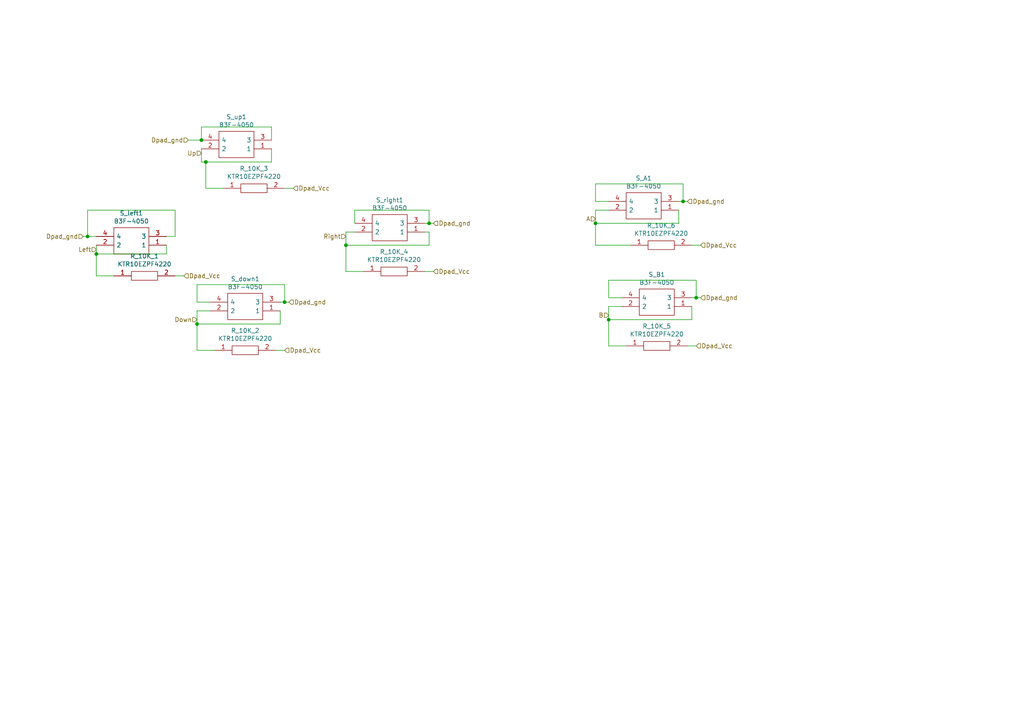
<source format=kicad_sch>
(kicad_sch (version 20230121) (generator eeschema)
  (paper "A4")
  (lib_symbols
    (symbol "PicBytesMicro-rescue:B3F-4050-SamacSys_Parts" (pin_names (offset 0.762))
      (property "Reference" "S" (at 16.51 7.62 0))
      (property "Value" "B3F-4050-SamacSys_Parts" (at 16.51 5.08 0))
      (symbol "B3F-4050-SamacSys_Parts_0_0"
        (pin passive line (at 20.32 -2.54 180) (length 5.08) (name "1") (number "1"))
        (pin passive line (at 0 -2.54 0) (length 5.08) (name "2") (number "2"))
        (pin passive line (at 20.32 0 180) (length 5.08) (name "3") (number "3"))
        (pin passive line (at 0 0 0) (length 5.08) (name "4") (number "4"))
      )
      (symbol "B3F-4050-SamacSys_Parts_0_1"
        (polyline (pts (xy 5.08 2.54) (xy 15.24 2.54) (xy 15.24 -5.08) (xy 5.08 -5.08) (xy 5.08 2.54)) (stroke (width 0.1524)))
      )
    )
    (symbol "PicBytesMicro-rescue:KTR10EZPF4220-SamacSys_Parts" (pin_names (offset 0.762))
      (property "Reference" "R" (at 13.97 6.35 0))
      (property "Value" "KTR10EZPF4220-SamacSys_Parts" (at 13.97 3.81 0))
      (symbol "KTR10EZPF4220-SamacSys_Parts_0_0"
        (pin passive line (at 0 0 0) (length 5.08) (name "~") (number "1"))
        (pin passive line (at 17.78 0 180) (length 5.08) (name "~") (number "2"))
      )
      (symbol "KTR10EZPF4220-SamacSys_Parts_0_1"
        (polyline (pts (xy 5.08 1.27) (xy 12.7 1.27) (xy 12.7 -1.27) (xy 5.08 -1.27) (xy 5.08 1.27)) (stroke (width 0.1524)))
      )
    )
  )
  (junction (at 58.42 40.64))
  (junction (at 124.46 64.77))
  (junction (at 201.93 86.36))
  (junction (at 82.55 87.63))
  (junction (at 25.4 68.58))
  (junction (at 59.69 46.99))
  (junction (at 176.53 92.71))
  (junction (at 172.72 64.77))
  (junction (at 57.15 93.98))
  (junction (at 198.12 58.42))
  (junction (at 27.94 73.66))
  (junction (at 100.33 71.12))
  (wire (pts (xy 54.61 40.64) (xy 58.42 40.64)))
  (wire (pts (xy 176.53 86.36) (xy 180.34 86.36)))
  (wire (pts (xy 124.46 67.31) (xy 123.19 67.31)))
  (wire (pts (xy 57.15 87.63) (xy 60.96 87.63)))
  (wire (pts (xy 25.4 68.58) (xy 25.4 60.96)))
  (wire (pts (xy 59.69 46.99) (xy 58.42 46.99)))
  (wire (pts (xy 198.12 53.34) (xy 172.72 53.34)))
  (wire (pts (xy 172.72 60.96) (xy 172.72 64.77)))
  (wire (pts (xy 58.42 36.83) (xy 58.42 40.64)))
  (wire (pts (xy 78.74 43.18) (xy 78.74 46.99)))
  (wire (pts (xy 172.72 53.34) (xy 172.72 58.42)))
  (wire (pts (xy 123.19 64.77) (xy 124.46 64.77)))
  (wire (pts (xy 82.55 87.63) (xy 81.28 87.63)))
  (wire (pts (xy 201.93 86.36) (xy 200.66 86.36)))
  (wire (pts (xy 27.94 71.12) (xy 27.94 73.66)))
  (wire (pts (xy 203.2 71.12) (xy 200.66 71.12)))
  (wire (pts (xy 81.28 90.17) (xy 81.28 93.98)))
  (wire (pts (xy 201.93 100.33) (xy 199.39 100.33)))
  (wire (pts (xy 176.53 60.96) (xy 172.72 60.96)))
  (wire (pts (xy 172.72 58.42) (xy 176.53 58.42)))
  (wire (pts (xy 81.28 93.98) (xy 57.15 93.98)))
  (wire (pts (xy 82.55 101.6) (xy 80.01 101.6)))
  (wire (pts (xy 25.4 68.58) (xy 24.13 68.58)))
  (wire (pts (xy 27.94 73.66) (xy 27.94 80.01)))
  (wire (pts (xy 82.55 82.55) (xy 57.15 82.55)))
  (wire (pts (xy 58.42 46.99) (xy 58.42 43.18)))
  (wire (pts (xy 83.82 87.63) (xy 82.55 87.63)))
  (wire (pts (xy 176.53 88.9) (xy 176.53 92.71)))
  (wire (pts (xy 53.34 80.01) (xy 50.8 80.01)))
  (wire (pts (xy 78.74 40.64) (xy 78.74 36.83)))
  (wire (pts (xy 100.33 67.31) (xy 100.33 71.12)))
  (wire (pts (xy 200.66 92.71) (xy 176.53 92.71)))
  (wire (pts (xy 102.87 60.96) (xy 102.87 64.77)))
  (wire (pts (xy 172.72 71.12) (xy 172.72 64.77)))
  (wire (pts (xy 198.12 58.42) (xy 198.12 53.34)))
  (wire (pts (xy 78.74 46.99) (xy 59.69 46.99)))
  (wire (pts (xy 198.12 58.42) (xy 196.85 58.42)))
  (wire (pts (xy 125.73 78.74) (xy 123.19 78.74)))
  (wire (pts (xy 100.33 71.12) (xy 124.46 71.12)))
  (wire (pts (xy 203.2 86.36) (xy 201.93 86.36)))
  (wire (pts (xy 48.26 73.66) (xy 27.94 73.66)))
  (wire (pts (xy 33.02 80.01) (xy 27.94 80.01)))
  (wire (pts (xy 82.55 87.63) (xy 82.55 82.55)))
  (wire (pts (xy 124.46 71.12) (xy 124.46 67.31)))
  (wire (pts (xy 176.53 100.33) (xy 176.53 92.71)))
  (wire (pts (xy 201.93 86.36) (xy 201.93 81.28)))
  (wire (pts (xy 25.4 60.96) (xy 50.8 60.96)))
  (wire (pts (xy 124.46 60.96) (xy 102.87 60.96)))
  (wire (pts (xy 64.77 54.61) (xy 59.69 54.61)))
  (wire (pts (xy 105.41 78.74) (xy 100.33 78.74)))
  (wire (pts (xy 124.46 64.77) (xy 124.46 60.96)))
  (wire (pts (xy 199.39 58.42) (xy 198.12 58.42)))
  (wire (pts (xy 100.33 78.74) (xy 100.33 71.12)))
  (wire (pts (xy 57.15 101.6) (xy 57.15 93.98)))
  (wire (pts (xy 78.74 36.83) (xy 58.42 36.83)))
  (wire (pts (xy 176.53 81.28) (xy 176.53 86.36)))
  (wire (pts (xy 180.34 88.9) (xy 176.53 88.9)))
  (wire (pts (xy 124.46 64.77) (xy 125.73 64.77)))
  (wire (pts (xy 50.8 68.58) (xy 48.26 68.58)))
  (wire (pts (xy 62.23 101.6) (xy 57.15 101.6)))
  (wire (pts (xy 48.26 71.12) (xy 48.26 73.66)))
  (wire (pts (xy 60.96 90.17) (xy 57.15 90.17)))
  (wire (pts (xy 57.15 82.55) (xy 57.15 87.63)))
  (wire (pts (xy 59.69 54.61) (xy 59.69 46.99)))
  (wire (pts (xy 102.87 67.31) (xy 100.33 67.31)))
  (wire (pts (xy 50.8 60.96) (xy 50.8 68.58)))
  (wire (pts (xy 85.09 54.61) (xy 82.55 54.61)))
  (wire (pts (xy 196.85 64.77) (xy 172.72 64.77)))
  (wire (pts (xy 182.88 71.12) (xy 172.72 71.12)))
  (wire (pts (xy 57.15 90.17) (xy 57.15 93.98)))
  (wire (pts (xy 201.93 81.28) (xy 176.53 81.28)))
  (wire (pts (xy 200.66 88.9) (xy 200.66 92.71)))
  (wire (pts (xy 27.94 68.58) (xy 25.4 68.58)))
  (wire (pts (xy 181.61 100.33) (xy 176.53 100.33)))
  (wire (pts (xy 196.85 60.96) (xy 196.85 64.77)))
  (hierarchical_label "Dpad_Vcc" (shape input) (at 201.93 100.33 0))
  (hierarchical_label "Dpad_Vcc" (shape input) (at 125.73 78.74 0))
  (hierarchical_label "Dpad_Vcc" (shape input) (at 53.34 80.01 0))
  (hierarchical_label "Dpad_gnd" (shape input) (at 125.73 64.77 0))
  (hierarchical_label "Dpad_Vcc" (shape input) (at 82.55 101.6 0))
  (hierarchical_label "Dpad_Vcc" (shape input) (at 203.2 71.12 0))
  (hierarchical_label "Left" (shape input) (at 27.94 72.39 180))
  (hierarchical_label "A" (shape input) (at 172.72 63.5 180))
  (hierarchical_label "Up" (shape input) (at 58.42 44.45 180))
  (hierarchical_label "Dpad_gnd" (shape input) (at 203.2 86.36 0))
  (hierarchical_label "Dpad_gnd" (shape input) (at 24.13 68.58 180))
  (hierarchical_label "B" (shape input) (at 176.53 91.44 180))
  (hierarchical_label "Down" (shape input) (at 57.15 92.71 180))
  (hierarchical_label "Right" (shape input) (at 100.33 68.58 180))
  (hierarchical_label "Dpad_gnd" (shape input) (at 54.61 40.64 180))
  (hierarchical_label "Dpad_gnd" (shape input) (at 83.82 87.63 0))
  (hierarchical_label "Dpad_Vcc" (shape input) (at 85.09 54.61 0))
  (hierarchical_label "Dpad_gnd" (shape input) (at 199.39 58.42 0))
  (symbol (lib_id "PicBytesMicro-rescue:B3F-4050-SamacSys_Parts") (at 58.42 40.64 0) (unit 1)
    (property "Reference" "S_up1" (at 68.58 33.909 0))
    (property "Value" "B3F-4050" (at 68.58 36.2204 0))
    (property "Footprint" "B3F-4000" (effects hide))
    (property "Datasheet" "http://uk.rs-online.com/web/p/products/6866768P" (effects hide))
    (property "Description" "lvory Plunger Tactile Switch, SPST-NO 0.05 A@ 24 V dc 3mm" (effects hide))
    (property "RS Part Number" "6866768P" (effects hide))
    (property "RS Price/Stock" "http://uk.rs-online.com/web/p/products/6866768P" (effects hide))
    (property "Manufacturer_Name" "Omron Electronics" (effects hide))
    (property "Manufacturer_Part_Number" "B3F-4050" (effects hide))
  )
  (symbol (lib_id "PicBytesMicro-rescue:B3F-4050-SamacSys_Parts") (at 102.87 64.77 0) (unit 1)
    (property "Reference" "S_right1" (at 113.03 58.039 0))
    (property "Value" "B3F-4050" (at 113.03 60.3504 0))
    (property "Footprint" "B3F-4000" (effects hide))
    (property "Datasheet" "http://uk.rs-online.com/web/p/products/6866768P" (effects hide))
    (property "Description" "lvory Plunger Tactile Switch, SPST-NO 0.05 A@ 24 V dc 3mm" (effects hide))
    (property "RS Part Number" "6866768P" (effects hide))
    (property "RS Price/Stock" "http://uk.rs-online.com/web/p/products/6866768P" (effects hide))
    (property "Manufacturer_Name" "Omron Electronics" (effects hide))
    (property "Manufacturer_Part_Number" "B3F-4050" (effects hide))
  )
  (symbol (lib_id "PicBytesMicro-rescue:B3F-4050-SamacSys_Parts") (at 27.94 68.58 0) (unit 1)
    (property "Reference" "S_left1" (at 38.1 61.849 0))
    (property "Value" "B3F-4050" (at 38.1 64.1604 0))
    (property "Footprint" "B3F-4000" (effects hide))
    (property "Datasheet" "http://uk.rs-online.com/web/p/products/6866768P" (effects hide))
    (property "Description" "lvory Plunger Tactile Switch, SPST-NO 0.05 A@ 24 V dc 3mm" (effects hide))
    (property "RS Part Number" "6866768P" (effects hide))
    (property "RS Price/Stock" "http://uk.rs-online.com/web/p/products/6866768P" (effects hide))
    (property "Manufacturer_Name" "Omron Electronics" (effects hide))
    (property "Manufacturer_Part_Number" "B3F-4050" (effects hide))
  )
  (symbol (lib_id "PicBytesMicro-rescue:B3F-4050-SamacSys_Parts") (at 60.96 87.63 0) (unit 1)
    (property "Reference" "S_down1" (at 71.12 80.899 0))
    (property "Value" "B3F-4050" (at 71.12 83.2104 0))
    (property "Footprint" "B3F-4000" (effects hide))
    (property "Datasheet" "http://uk.rs-online.com/web/p/products/6866768P" (effects hide))
    (property "Description" "lvory Plunger Tactile Switch, SPST-NO 0.05 A@ 24 V dc 3mm" (effects hide))
    (property "RS Part Number" "6866768P" (effects hide))
    (property "RS Price/Stock" "http://uk.rs-online.com/web/p/products/6866768P" (effects hide))
    (property "Manufacturer_Name" "Omron Electronics" (effects hide))
    (property "Manufacturer_Part_Number" "B3F-4050" (effects hide))
  )
  (symbol (lib_id "PicBytesMicro-rescue:B3F-4050-SamacSys_Parts") (at 176.53 58.42 0) (unit 1)
    (property "Reference" "S_A1" (at 186.69 51.689 0))
    (property "Value" "B3F-4050" (at 186.69 54.0004 0))
    (property "Footprint" "B3F-4000" (effects hide))
    (property "Datasheet" "http://uk.rs-online.com/web/p/products/6866768P" (effects hide))
    (property "Description" "lvory Plunger Tactile Switch, SPST-NO 0.05 A@ 24 V dc 3mm" (effects hide))
    (property "RS Part Number" "6866768P" (effects hide))
    (property "RS Price/Stock" "http://uk.rs-online.com/web/p/products/6866768P" (effects hide))
    (property "Manufacturer_Name" "Omron Electronics" (effects hide))
    (property "Manufacturer_Part_Number" "B3F-4050" (effects hide))
  )
  (symbol (lib_id "PicBytesMicro-rescue:B3F-4050-SamacSys_Parts") (at 180.34 86.36 0) (unit 1)
    (property "Reference" "S_B1" (at 190.5 79.629 0))
    (property "Value" "B3F-4050" (at 190.5 81.9404 0))
    (property "Footprint" "B3F-4000" (effects hide))
    (property "Datasheet" "http://uk.rs-online.com/web/p/products/6866768P" (effects hide))
    (property "Description" "lvory Plunger Tactile Switch, SPST-NO 0.05 A@ 24 V dc 3mm" (effects hide))
    (property "RS Part Number" "6866768P" (effects hide))
    (property "RS Price/Stock" "http://uk.rs-online.com/web/p/products/6866768P" (effects hide))
    (property "Manufacturer_Name" "Omron Electronics" (effects hide))
    (property "Manufacturer_Part_Number" "B3F-4050" (effects hide))
  )
  (symbol (lib_id "PicBytesMicro-rescue:KTR10EZPF4220-SamacSys_Parts") (at 181.61 100.33 0) (unit 1)
    (property "Reference" "R_10K_5" (at 190.5 94.615 0))
    (property "Value" "KTR10EZPF4220" (at 190.5 96.9264 0))
    (property "Footprint" "RESC2012X65N" (effects hide))
    (property "Datasheet" "http://rohmfs.rohm.com/en/products/databook/datasheet/passive/resistor/chip_resistor/ktr.pdf" (effects hide))
    (property "Description" "ROHM 0805 Resistor Chip" (effects hide))
    (property "Height" "0.65" (effects hide))
    (property "Manufacturer_Name" "ROHM Semiconductor" (effects hide))
    (property "Manufacturer_Part_Number" "KTR10EZPF4220" (effects hide))
  )
  (symbol (lib_id "PicBytesMicro-rescue:KTR10EZPF4220-SamacSys_Parts") (at 182.88 71.12 0) (unit 1)
    (property "Reference" "R_10K_6" (at 191.77 65.405 0))
    (property "Value" "KTR10EZPF4220" (at 191.77 67.7164 0))
    (property "Footprint" "RESC2012X65N" (effects hide))
    (property "Datasheet" "http://rohmfs.rohm.com/en/products/databook/datasheet/passive/resistor/chip_resistor/ktr.pdf" (effects hide))
    (property "Description" "ROHM 0805 Resistor Chip" (effects hide))
    (property "Height" "0.65" (effects hide))
    (property "Manufacturer_Name" "ROHM Semiconductor" (effects hide))
    (property "Manufacturer_Part_Number" "KTR10EZPF4220" (effects hide))
  )
  (symbol (lib_id "PicBytesMicro-rescue:KTR10EZPF4220-SamacSys_Parts") (at 105.41 78.74 0) (unit 1)
    (property "Reference" "R_10K_4" (at 114.3 73.025 0))
    (property "Value" "KTR10EZPF4220" (at 114.3 75.3364 0))
    (property "Footprint" "RESC2012X65N" (effects hide))
    (property "Datasheet" "http://rohmfs.rohm.com/en/products/databook/datasheet/passive/resistor/chip_resistor/ktr.pdf" (effects hide))
    (property "Description" "ROHM 0805 Resistor Chip" (effects hide))
    (property "Height" "0.65" (effects hide))
    (property "Manufacturer_Name" "ROHM Semiconductor" (effects hide))
    (property "Manufacturer_Part_Number" "KTR10EZPF4220" (effects hide))
  )
  (symbol (lib_id "PicBytesMicro-rescue:KTR10EZPF4220-SamacSys_Parts") (at 64.77 54.61 0) (unit 1)
    (property "Reference" "R_10K_3" (at 73.66 48.895 0))
    (property "Value" "KTR10EZPF4220" (at 73.66 51.2064 0))
    (property "Footprint" "RESC2012X65N" (effects hide))
    (property "Datasheet" "http://rohmfs.rohm.com/en/products/databook/datasheet/passive/resistor/chip_resistor/ktr.pdf" (effects hide))
    (property "Description" "ROHM 0805 Resistor Chip" (effects hide))
    (property "Height" "0.65" (effects hide))
    (property "Manufacturer_Name" "ROHM Semiconductor" (effects hide))
    (property "Manufacturer_Part_Number" "KTR10EZPF4220" (effects hide))
  )
  (symbol (lib_id "PicBytesMicro-rescue:KTR10EZPF4220-SamacSys_Parts") (at 33.02 80.01 0) (unit 1)
    (property "Reference" "R_10K_1" (at 41.91 74.295 0))
    (property "Value" "KTR10EZPF4220" (at 41.91 76.6064 0))
    (property "Footprint" "RESC2012X65N" (effects hide))
    (property "Datasheet" "http://rohmfs.rohm.com/en/products/databook/datasheet/passive/resistor/chip_resistor/ktr.pdf" (effects hide))
    (property "Description" "ROHM 0805 Resistor Chip" (effects hide))
    (property "Height" "0.65" (effects hide))
    (property "Manufacturer_Name" "ROHM Semiconductor" (effects hide))
    (property "Manufacturer_Part_Number" "KTR10EZPF4220" (effects hide))
  )
  (symbol (lib_id "PicBytesMicro-rescue:KTR10EZPF4220-SamacSys_Parts") (at 62.23 101.6 0) (unit 1)
    (property "Reference" "R_10K_2" (at 71.12 95.885 0))
    (property "Value" "KTR10EZPF4220" (at 71.12 98.1964 0))
    (property "Footprint" "RESC2012X65N" (effects hide))
    (property "Datasheet" "http://rohmfs.rohm.com/en/products/databook/datasheet/passive/resistor/chip_resistor/ktr.pdf" (effects hide))
    (property "Description" "ROHM 0805 Resistor Chip" (effects hide))
    (property "Height" "0.65" (effects hide))
    (property "Manufacturer_Name" "ROHM Semiconductor" (effects hide))
    (property "Manufacturer_Part_Number" "KTR10EZPF4220" (effects hide))
  )
)
</source>
